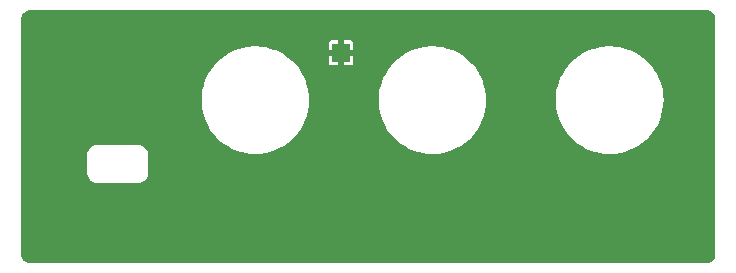
<source format=gbr>
%TF.GenerationSoftware,KiCad,Pcbnew,(6.0.11)*%
%TF.CreationDate,2023-07-10T01:00:54-07:00*%
%TF.ProjectId,cga-ypbpr-right,6367612d-7970-4627-9072-2d7269676874,rev?*%
%TF.SameCoordinates,PX2990618PY4bd2668*%
%TF.FileFunction,Copper,L2,Bot*%
%TF.FilePolarity,Positive*%
%FSLAX46Y46*%
G04 Gerber Fmt 4.6, Leading zero omitted, Abs format (unit mm)*
G04 Created by KiCad (PCBNEW (6.0.11)) date 2023-07-10 01:00:54*
%MOMM*%
%LPD*%
G01*
G04 APERTURE LIST*
%TA.AperFunction,SMDPad,CuDef*%
%ADD10R,1.500000X1.500000*%
%TD*%
%TA.AperFunction,ViaPad*%
%ADD11C,0.600000*%
%TD*%
G04 APERTURE END LIST*
D10*
%TO.P,TP1,1,1*%
%TO.N,GND*%
X12417000Y41505000D03*
%TD*%
D11*
%TO.N,GND*%
X43417000Y24405000D03*
X43417000Y44405000D03*
X-13973000Y44405000D03*
X-13973000Y24405000D03*
%TD*%
%TA.AperFunction,Conductor*%
%TO.N,GND*%
G36*
X43401142Y45097786D02*
G01*
X43417000Y45094990D01*
X43427855Y45096904D01*
X43438879Y45096904D01*
X43438879Y45095865D01*
X43451345Y45096317D01*
X43540179Y45087568D01*
X43564405Y45082749D01*
X43670973Y45050422D01*
X43693793Y45040970D01*
X43792010Y44988472D01*
X43812548Y44974749D01*
X43898634Y44904099D01*
X43916099Y44886634D01*
X43986749Y44800548D01*
X44000472Y44780010D01*
X44052970Y44681793D01*
X44062422Y44658973D01*
X44094749Y44552405D01*
X44099568Y44528179D01*
X44108317Y44439345D01*
X44107865Y44426879D01*
X44108904Y44426879D01*
X44108904Y44415855D01*
X44106990Y44405000D01*
X44108904Y44394146D01*
X44109786Y44389144D01*
X44111700Y44367264D01*
X44111700Y24442736D01*
X44109786Y24420858D01*
X44106990Y24405000D01*
X44108904Y24394145D01*
X44108904Y24383121D01*
X44107865Y24383121D01*
X44108317Y24370655D01*
X44099568Y24281821D01*
X44094749Y24257595D01*
X44062422Y24151027D01*
X44052970Y24128207D01*
X44000472Y24029990D01*
X43986749Y24009452D01*
X43916099Y23923366D01*
X43898634Y23905901D01*
X43812548Y23835251D01*
X43792010Y23821528D01*
X43693793Y23769030D01*
X43670973Y23759578D01*
X43564405Y23727251D01*
X43540179Y23722432D01*
X43451345Y23713683D01*
X43438879Y23714135D01*
X43438879Y23713096D01*
X43427855Y23713096D01*
X43417000Y23715010D01*
X43401142Y23712214D01*
X43379264Y23710300D01*
X-13935264Y23710300D01*
X-13957142Y23712214D01*
X-13973000Y23715010D01*
X-13983855Y23713096D01*
X-13994879Y23713096D01*
X-13994879Y23714135D01*
X-14007345Y23713683D01*
X-14096179Y23722432D01*
X-14120405Y23727251D01*
X-14226973Y23759578D01*
X-14249793Y23769030D01*
X-14348010Y23821528D01*
X-14368548Y23835251D01*
X-14454634Y23905901D01*
X-14472099Y23923366D01*
X-14542749Y24009452D01*
X-14556472Y24029990D01*
X-14608970Y24128207D01*
X-14618422Y24151027D01*
X-14650749Y24257595D01*
X-14655568Y24281821D01*
X-14664317Y24370655D01*
X-14663865Y24383121D01*
X-14664904Y24383121D01*
X-14664904Y24394145D01*
X-14662990Y24405000D01*
X-14665786Y24420858D01*
X-14667700Y24442736D01*
X-14667700Y31405000D01*
X-9113010Y31405000D01*
X-9112262Y31400760D01*
X-9095201Y31227530D01*
X-9043435Y31056881D01*
X-8959371Y30899609D01*
X-8846241Y30761759D01*
X-8708391Y30648629D01*
X-8637186Y30610569D01*
X-8556577Y30567482D01*
X-8556574Y30567481D01*
X-8551119Y30564565D01*
X-8380470Y30512799D01*
X-8326825Y30507516D01*
X-8269730Y30501892D01*
X-8265410Y30501158D01*
X-8263327Y30500327D01*
X-8256932Y30499700D01*
X-8253655Y30499700D01*
X-8241305Y30499093D01*
X-8207240Y30495738D01*
X-8203000Y30494990D01*
X-8187142Y30497786D01*
X-8165264Y30499700D01*
X-4840736Y30499700D01*
X-4818858Y30497786D01*
X-4803000Y30494990D01*
X-4798760Y30495738D01*
X-4625530Y30512799D01*
X-4454881Y30564565D01*
X-4449426Y30567481D01*
X-4449423Y30567482D01*
X-4368814Y30610569D01*
X-4297609Y30648629D01*
X-4159759Y30761759D01*
X-4046629Y30899609D01*
X-3962565Y31056881D01*
X-3910799Y31227530D01*
X-3899892Y31338270D01*
X-3899158Y31342590D01*
X-3898327Y31344673D01*
X-3897700Y31351068D01*
X-3897700Y31354345D01*
X-3897093Y31366695D01*
X-3894906Y31388901D01*
X-3893738Y31400760D01*
X-3892990Y31405000D01*
X-3895786Y31420858D01*
X-3897700Y31442736D01*
X-3897700Y32767264D01*
X-3895786Y32789144D01*
X-3892990Y32805000D01*
X-3893738Y32809240D01*
X-3910799Y32982470D01*
X-3962565Y33153119D01*
X-4046629Y33310391D01*
X-4159759Y33448241D01*
X-4297609Y33561371D01*
X-4368814Y33599431D01*
X-4449423Y33642518D01*
X-4449426Y33642519D01*
X-4454881Y33645435D01*
X-4625530Y33697201D01*
X-4679175Y33702484D01*
X-4736270Y33708108D01*
X-4740590Y33708842D01*
X-4742673Y33709673D01*
X-4749068Y33710300D01*
X-4752345Y33710300D01*
X-4764695Y33710907D01*
X-4786901Y33713094D01*
X-4798760Y33714262D01*
X-4803000Y33715010D01*
X-4818858Y33712214D01*
X-4840736Y33710300D01*
X-8165264Y33710300D01*
X-8187142Y33712214D01*
X-8203000Y33715010D01*
X-8207240Y33714262D01*
X-8380470Y33697201D01*
X-8551119Y33645435D01*
X-8556574Y33642519D01*
X-8556577Y33642518D01*
X-8637186Y33599431D01*
X-8708391Y33561371D01*
X-8846241Y33448241D01*
X-8959371Y33310391D01*
X-9043435Y33153119D01*
X-9095201Y32982470D01*
X-9097343Y32960717D01*
X-9106108Y32871730D01*
X-9106842Y32867410D01*
X-9107673Y32865327D01*
X-9108300Y32858932D01*
X-9108300Y32855655D01*
X-9108907Y32843305D01*
X-9112262Y32809240D01*
X-9113010Y32805000D01*
X-9110214Y32789144D01*
X-9108300Y32767264D01*
X-9108300Y31442736D01*
X-9110214Y31420858D01*
X-9113010Y31405000D01*
X-14667700Y31405000D01*
X-14667700Y37345853D01*
X609612Y37345853D01*
X609841Y37343008D01*
X609841Y37343005D01*
X637932Y36993868D01*
X642792Y36933460D01*
X713212Y36525771D01*
X820292Y36126143D01*
X963151Y35737865D01*
X1140612Y35364132D01*
X1351216Y35008021D01*
X1593228Y34672463D01*
X1864656Y34360220D01*
X1866721Y34358240D01*
X2161211Y34075834D01*
X2161219Y34075827D01*
X2163267Y34073863D01*
X2165485Y34072093D01*
X2165490Y34072088D01*
X2291262Y33971686D01*
X2486602Y33815748D01*
X2488965Y33814190D01*
X2488969Y33814187D01*
X2665467Y33697808D01*
X2832000Y33588000D01*
X3196617Y33392494D01*
X3577454Y33230839D01*
X3580163Y33229969D01*
X3580169Y33229967D01*
X3968648Y33105240D01*
X3968653Y33105239D01*
X3971374Y33104365D01*
X4056773Y33085276D01*
X4372341Y33014737D01*
X4372352Y33014735D01*
X4375135Y33014113D01*
X4785415Y32960827D01*
X5198836Y32944945D01*
X5201698Y32945095D01*
X5201699Y32945095D01*
X5609138Y32966448D01*
X5609145Y32966449D01*
X5611994Y32966598D01*
X5614817Y32967005D01*
X5614819Y32967005D01*
X6018668Y33025200D01*
X6018675Y33025201D01*
X6021490Y33025607D01*
X6423952Y33121487D01*
X6426650Y33122395D01*
X6426657Y33122397D01*
X6813356Y33252536D01*
X6813362Y33252538D01*
X6816068Y33253449D01*
X7194610Y33420406D01*
X7556463Y33620984D01*
X7898647Y33853532D01*
X8218347Y34116136D01*
X8512930Y34406635D01*
X8701212Y34629437D01*
X8778126Y34720452D01*
X8778131Y34720458D01*
X8779972Y34722637D01*
X9017275Y35061541D01*
X9222886Y35420558D01*
X9395112Y35796732D01*
X9396057Y35799417D01*
X9396062Y35799428D01*
X9511116Y36126143D01*
X9532536Y36186967D01*
X9634026Y36588051D01*
X9698747Y36996683D01*
X9721939Y37345853D01*
X15609612Y37345853D01*
X15609841Y37343008D01*
X15609841Y37343005D01*
X15637932Y36993868D01*
X15642792Y36933460D01*
X15713212Y36525771D01*
X15820292Y36126143D01*
X15963151Y35737865D01*
X16140612Y35364132D01*
X16351216Y35008021D01*
X16593228Y34672463D01*
X16864656Y34360220D01*
X16866721Y34358240D01*
X17161211Y34075834D01*
X17161219Y34075827D01*
X17163267Y34073863D01*
X17165485Y34072093D01*
X17165490Y34072088D01*
X17291262Y33971686D01*
X17486602Y33815748D01*
X17488965Y33814190D01*
X17488969Y33814187D01*
X17665467Y33697808D01*
X17832000Y33588000D01*
X18196617Y33392494D01*
X18577454Y33230839D01*
X18580163Y33229969D01*
X18580169Y33229967D01*
X18968648Y33105240D01*
X18968653Y33105239D01*
X18971374Y33104365D01*
X19056773Y33085276D01*
X19372341Y33014737D01*
X19372352Y33014735D01*
X19375135Y33014113D01*
X19785415Y32960827D01*
X20198836Y32944945D01*
X20201698Y32945095D01*
X20201699Y32945095D01*
X20609138Y32966448D01*
X20609145Y32966449D01*
X20611994Y32966598D01*
X20614817Y32967005D01*
X20614819Y32967005D01*
X21018668Y33025200D01*
X21018675Y33025201D01*
X21021490Y33025607D01*
X21423952Y33121487D01*
X21426650Y33122395D01*
X21426657Y33122397D01*
X21813356Y33252536D01*
X21813362Y33252538D01*
X21816068Y33253449D01*
X22194610Y33420406D01*
X22556463Y33620984D01*
X22898647Y33853532D01*
X23218347Y34116136D01*
X23512930Y34406635D01*
X23701212Y34629437D01*
X23778126Y34720452D01*
X23778131Y34720458D01*
X23779972Y34722637D01*
X24017275Y35061541D01*
X24222886Y35420558D01*
X24395112Y35796732D01*
X24396057Y35799417D01*
X24396062Y35799428D01*
X24511116Y36126143D01*
X24532536Y36186967D01*
X24634026Y36588051D01*
X24698747Y36996683D01*
X24721939Y37345853D01*
X30609612Y37345853D01*
X30609841Y37343008D01*
X30609841Y37343005D01*
X30637932Y36993868D01*
X30642792Y36933460D01*
X30713212Y36525771D01*
X30820292Y36126143D01*
X30963151Y35737865D01*
X31140612Y35364132D01*
X31351216Y35008021D01*
X31593228Y34672463D01*
X31864656Y34360220D01*
X31866721Y34358240D01*
X32161211Y34075834D01*
X32161219Y34075827D01*
X32163267Y34073863D01*
X32165485Y34072093D01*
X32165490Y34072088D01*
X32291262Y33971686D01*
X32486602Y33815748D01*
X32488965Y33814190D01*
X32488969Y33814187D01*
X32665467Y33697808D01*
X32832000Y33588000D01*
X33196617Y33392494D01*
X33577454Y33230839D01*
X33580163Y33229969D01*
X33580169Y33229967D01*
X33968648Y33105240D01*
X33968653Y33105239D01*
X33971374Y33104365D01*
X34056773Y33085276D01*
X34372341Y33014737D01*
X34372352Y33014735D01*
X34375135Y33014113D01*
X34785415Y32960827D01*
X35198836Y32944945D01*
X35201698Y32945095D01*
X35201699Y32945095D01*
X35609138Y32966448D01*
X35609145Y32966449D01*
X35611994Y32966598D01*
X35614817Y32967005D01*
X35614819Y32967005D01*
X36018668Y33025200D01*
X36018675Y33025201D01*
X36021490Y33025607D01*
X36423952Y33121487D01*
X36426650Y33122395D01*
X36426657Y33122397D01*
X36813356Y33252536D01*
X36813362Y33252538D01*
X36816068Y33253449D01*
X37194610Y33420406D01*
X37556463Y33620984D01*
X37898647Y33853532D01*
X38218347Y34116136D01*
X38512930Y34406635D01*
X38701212Y34629437D01*
X38778126Y34720452D01*
X38778131Y34720458D01*
X38779972Y34722637D01*
X39017275Y35061541D01*
X39222886Y35420558D01*
X39395112Y35796732D01*
X39396057Y35799417D01*
X39396062Y35799428D01*
X39511116Y36126143D01*
X39532536Y36186967D01*
X39634026Y36588051D01*
X39698747Y36996683D01*
X39721939Y37345853D01*
X39726050Y37407749D01*
X39726050Y37407757D01*
X39726166Y37409499D01*
X39727166Y37505000D01*
X39708398Y37918300D01*
X39652249Y38328197D01*
X39559181Y38731319D01*
X39480103Y38971838D01*
X39430855Y39121625D01*
X39430855Y39121626D01*
X39429960Y39124347D01*
X39428829Y39126961D01*
X39428825Y39126971D01*
X39297926Y39429460D01*
X39265650Y39504045D01*
X39144004Y39727160D01*
X39068973Y39864777D01*
X39068969Y39864784D01*
X39067603Y39867289D01*
X38925939Y40078904D01*
X38839041Y40208712D01*
X38839033Y40208723D01*
X38837449Y40211089D01*
X38577083Y40532614D01*
X38539608Y40571151D01*
X38290638Y40827172D01*
X38290634Y40827176D01*
X38288648Y40829218D01*
X38286490Y40831068D01*
X38286480Y40831077D01*
X37976693Y41096597D01*
X37976688Y41096601D01*
X37974519Y41098460D01*
X37972188Y41100117D01*
X37972181Y41100122D01*
X37639615Y41336463D01*
X37639613Y41336464D01*
X37637279Y41338123D01*
X37413242Y41468516D01*
X37282163Y41544806D01*
X37282156Y41544810D01*
X37279707Y41546235D01*
X37043091Y41656571D01*
X36907340Y41719873D01*
X36907330Y41719877D01*
X36904744Y41721083D01*
X36791438Y41761876D01*
X36518168Y41860260D01*
X36518159Y41860263D01*
X36515478Y41861228D01*
X36250397Y41930276D01*
X36117881Y41964794D01*
X36117875Y41964795D01*
X36115112Y41965515D01*
X35706942Y42033088D01*
X35704099Y42033297D01*
X35704097Y42033297D01*
X35297173Y42063179D01*
X35294327Y42063388D01*
X35122376Y42060387D01*
X34883516Y42056218D01*
X34883511Y42056218D01*
X34880665Y42056168D01*
X34877832Y42055860D01*
X34877828Y42055860D01*
X34663915Y42032621D01*
X34469359Y42011485D01*
X34063796Y41929710D01*
X34061063Y41928895D01*
X34061058Y41928894D01*
X33836497Y41861949D01*
X33667313Y41811513D01*
X33664652Y41810449D01*
X33664650Y41810448D01*
X33438196Y41719873D01*
X33283175Y41657869D01*
X33280628Y41656571D01*
X32917086Y41471337D01*
X32917081Y41471334D01*
X32914543Y41470041D01*
X32912124Y41468518D01*
X32912121Y41468516D01*
X32739497Y41359809D01*
X32564451Y41249577D01*
X32235782Y40998290D01*
X31931240Y40718249D01*
X31653332Y40411759D01*
X31404345Y40081343D01*
X31186330Y39729721D01*
X31001081Y39359787D01*
X30850122Y38974585D01*
X30849324Y38971838D01*
X30779447Y38731319D01*
X30734696Y38577287D01*
X30655754Y38171163D01*
X30613944Y37759555D01*
X30611423Y37518770D01*
X30609612Y37345853D01*
X24721939Y37345853D01*
X24726050Y37407749D01*
X24726050Y37407757D01*
X24726166Y37409499D01*
X24727166Y37505000D01*
X24708398Y37918300D01*
X24652249Y38328197D01*
X24559181Y38731319D01*
X24480103Y38971838D01*
X24430855Y39121625D01*
X24430855Y39121626D01*
X24429960Y39124347D01*
X24428829Y39126961D01*
X24428825Y39126971D01*
X24297926Y39429460D01*
X24265650Y39504045D01*
X24144004Y39727160D01*
X24068973Y39864777D01*
X24068969Y39864784D01*
X24067603Y39867289D01*
X23925939Y40078904D01*
X23839041Y40208712D01*
X23839033Y40208723D01*
X23837449Y40211089D01*
X23577083Y40532614D01*
X23539608Y40571151D01*
X23290638Y40827172D01*
X23290634Y40827176D01*
X23288648Y40829218D01*
X23286490Y40831068D01*
X23286480Y40831077D01*
X22976693Y41096597D01*
X22976688Y41096601D01*
X22974519Y41098460D01*
X22972188Y41100117D01*
X22972181Y41100122D01*
X22639615Y41336463D01*
X22639613Y41336464D01*
X22637279Y41338123D01*
X22413242Y41468516D01*
X22282163Y41544806D01*
X22282156Y41544810D01*
X22279707Y41546235D01*
X22043091Y41656571D01*
X21907340Y41719873D01*
X21907330Y41719877D01*
X21904744Y41721083D01*
X21791438Y41761876D01*
X21518168Y41860260D01*
X21518159Y41860263D01*
X21515478Y41861228D01*
X21250397Y41930276D01*
X21117881Y41964794D01*
X21117875Y41964795D01*
X21115112Y41965515D01*
X20706942Y42033088D01*
X20704099Y42033297D01*
X20704097Y42033297D01*
X20297173Y42063179D01*
X20294327Y42063388D01*
X20122376Y42060387D01*
X19883516Y42056218D01*
X19883511Y42056218D01*
X19880665Y42056168D01*
X19877832Y42055860D01*
X19877828Y42055860D01*
X19663915Y42032621D01*
X19469359Y42011485D01*
X19063796Y41929710D01*
X19061063Y41928895D01*
X19061058Y41928894D01*
X18836497Y41861949D01*
X18667313Y41811513D01*
X18664652Y41810449D01*
X18664650Y41810448D01*
X18438196Y41719873D01*
X18283175Y41657869D01*
X18280628Y41656571D01*
X17917086Y41471337D01*
X17917081Y41471334D01*
X17914543Y41470041D01*
X17912124Y41468518D01*
X17912121Y41468516D01*
X17739497Y41359809D01*
X17564451Y41249577D01*
X17235782Y40998290D01*
X16931240Y40718249D01*
X16653332Y40411759D01*
X16404345Y40081343D01*
X16186330Y39729721D01*
X16001081Y39359787D01*
X15850122Y38974585D01*
X15849324Y38971838D01*
X15779447Y38731319D01*
X15734696Y38577287D01*
X15655754Y38171163D01*
X15613944Y37759555D01*
X15611423Y37518770D01*
X15609612Y37345853D01*
X9721939Y37345853D01*
X9726050Y37407749D01*
X9726050Y37407757D01*
X9726166Y37409499D01*
X9727166Y37505000D01*
X9708398Y37918300D01*
X9652249Y38328197D01*
X9559181Y38731319D01*
X9480103Y38971838D01*
X9430855Y39121625D01*
X9430855Y39121626D01*
X9429960Y39124347D01*
X9428829Y39126961D01*
X9428825Y39126971D01*
X9297926Y39429460D01*
X9265650Y39504045D01*
X9144004Y39727160D01*
X9068973Y39864777D01*
X9068969Y39864784D01*
X9067603Y39867289D01*
X8925939Y40078904D01*
X8839041Y40208712D01*
X8839033Y40208723D01*
X8837449Y40211089D01*
X8577083Y40532614D01*
X8539608Y40571151D01*
X8401230Y40713448D01*
X11362200Y40713448D01*
X11362642Y40706003D01*
X11364245Y40692525D01*
X11369198Y40674505D01*
X11406733Y40589999D01*
X11419687Y40571151D01*
X11483583Y40507367D01*
X11502453Y40494446D01*
X11587001Y40457068D01*
X11605078Y40452140D01*
X11618075Y40450624D01*
X11625376Y40450200D01*
X12144885Y40450200D01*
X12160124Y40454675D01*
X12161329Y40456065D01*
X12163000Y40463748D01*
X12163000Y40468315D01*
X12671000Y40468315D01*
X12675475Y40453076D01*
X12676865Y40451871D01*
X12684548Y40450200D01*
X13208552Y40450200D01*
X13215997Y40450642D01*
X13229475Y40452245D01*
X13247495Y40457198D01*
X13332001Y40494733D01*
X13350849Y40507687D01*
X13414633Y40571583D01*
X13427554Y40590453D01*
X13464932Y40675001D01*
X13469860Y40693078D01*
X13471376Y40706075D01*
X13471800Y40713376D01*
X13471800Y41232885D01*
X13467325Y41248124D01*
X13465935Y41249329D01*
X13458252Y41251000D01*
X12689115Y41251000D01*
X12673876Y41246525D01*
X12672671Y41245135D01*
X12671000Y41237452D01*
X12671000Y40468315D01*
X12163000Y40468315D01*
X12163000Y41232885D01*
X12158525Y41248124D01*
X12157135Y41249329D01*
X12149452Y41251000D01*
X11380315Y41251000D01*
X11365076Y41246525D01*
X11363871Y41245135D01*
X11362200Y41237452D01*
X11362200Y40713448D01*
X8401230Y40713448D01*
X8290638Y40827172D01*
X8290634Y40827176D01*
X8288648Y40829218D01*
X8286490Y40831068D01*
X8286480Y40831077D01*
X7976693Y41096597D01*
X7976688Y41096601D01*
X7974519Y41098460D01*
X7972188Y41100117D01*
X7972181Y41100122D01*
X7639615Y41336463D01*
X7639613Y41336464D01*
X7637279Y41338123D01*
X7413242Y41468516D01*
X7282163Y41544806D01*
X7282156Y41544810D01*
X7279707Y41546235D01*
X7043091Y41656571D01*
X6907340Y41719873D01*
X6907330Y41719877D01*
X6904744Y41721083D01*
X6791438Y41761876D01*
X6749110Y41777115D01*
X11362200Y41777115D01*
X11366675Y41761876D01*
X11368065Y41760671D01*
X11375748Y41759000D01*
X12144885Y41759000D01*
X12160124Y41763475D01*
X12161329Y41764865D01*
X12163000Y41772548D01*
X12163000Y41777115D01*
X12671000Y41777115D01*
X12675475Y41761876D01*
X12676865Y41760671D01*
X12684548Y41759000D01*
X13453685Y41759000D01*
X13468924Y41763475D01*
X13470129Y41764865D01*
X13471800Y41772548D01*
X13471800Y42296552D01*
X13471358Y42303997D01*
X13469755Y42317475D01*
X13464802Y42335495D01*
X13427267Y42420001D01*
X13414313Y42438849D01*
X13350417Y42502633D01*
X13331547Y42515554D01*
X13246999Y42552932D01*
X13228922Y42557860D01*
X13215925Y42559376D01*
X13208624Y42559800D01*
X12689115Y42559800D01*
X12673876Y42555325D01*
X12672671Y42553935D01*
X12671000Y42546252D01*
X12671000Y41777115D01*
X12163000Y41777115D01*
X12163000Y42541685D01*
X12158525Y42556924D01*
X12157135Y42558129D01*
X12149452Y42559800D01*
X11625448Y42559800D01*
X11618003Y42559358D01*
X11604525Y42557755D01*
X11586505Y42552802D01*
X11501999Y42515267D01*
X11483151Y42502313D01*
X11419367Y42438417D01*
X11406446Y42419547D01*
X11369068Y42334999D01*
X11364140Y42316922D01*
X11362624Y42303925D01*
X11362200Y42296624D01*
X11362200Y41777115D01*
X6749110Y41777115D01*
X6518168Y41860260D01*
X6518159Y41860263D01*
X6515478Y41861228D01*
X6250397Y41930276D01*
X6117881Y41964794D01*
X6117875Y41964795D01*
X6115112Y41965515D01*
X5706942Y42033088D01*
X5704099Y42033297D01*
X5704097Y42033297D01*
X5297173Y42063179D01*
X5294327Y42063388D01*
X5122376Y42060387D01*
X4883516Y42056218D01*
X4883511Y42056218D01*
X4880665Y42056168D01*
X4877832Y42055860D01*
X4877828Y42055860D01*
X4663915Y42032621D01*
X4469359Y42011485D01*
X4063796Y41929710D01*
X4061063Y41928895D01*
X4061058Y41928894D01*
X3836497Y41861949D01*
X3667313Y41811513D01*
X3664652Y41810449D01*
X3664650Y41810448D01*
X3438196Y41719873D01*
X3283175Y41657869D01*
X3280628Y41656571D01*
X2917086Y41471337D01*
X2917081Y41471334D01*
X2914543Y41470041D01*
X2912124Y41468518D01*
X2912121Y41468516D01*
X2739497Y41359809D01*
X2564451Y41249577D01*
X2235782Y40998290D01*
X1931240Y40718249D01*
X1653332Y40411759D01*
X1404345Y40081343D01*
X1186330Y39729721D01*
X1001081Y39359787D01*
X850122Y38974585D01*
X849324Y38971838D01*
X779447Y38731319D01*
X734696Y38577287D01*
X655754Y38171163D01*
X613944Y37759555D01*
X611423Y37518770D01*
X609612Y37345853D01*
X-14667700Y37345853D01*
X-14667700Y44367264D01*
X-14665786Y44389144D01*
X-14664904Y44394146D01*
X-14662990Y44405000D01*
X-14664904Y44415855D01*
X-14664904Y44426879D01*
X-14663865Y44426879D01*
X-14664317Y44439345D01*
X-14655568Y44528179D01*
X-14650749Y44552405D01*
X-14618422Y44658973D01*
X-14608970Y44681793D01*
X-14556472Y44780010D01*
X-14542749Y44800548D01*
X-14472099Y44886634D01*
X-14454634Y44904099D01*
X-14368548Y44974749D01*
X-14348010Y44988472D01*
X-14249793Y45040970D01*
X-14226973Y45050422D01*
X-14120405Y45082749D01*
X-14096179Y45087568D01*
X-14007345Y45096317D01*
X-13994879Y45095865D01*
X-13994879Y45096904D01*
X-13983855Y45096904D01*
X-13973000Y45094990D01*
X-13957142Y45097786D01*
X-13935264Y45099700D01*
X43379264Y45099700D01*
X43401142Y45097786D01*
G37*
%TD.AperFunction*%
%TD*%
M02*

</source>
